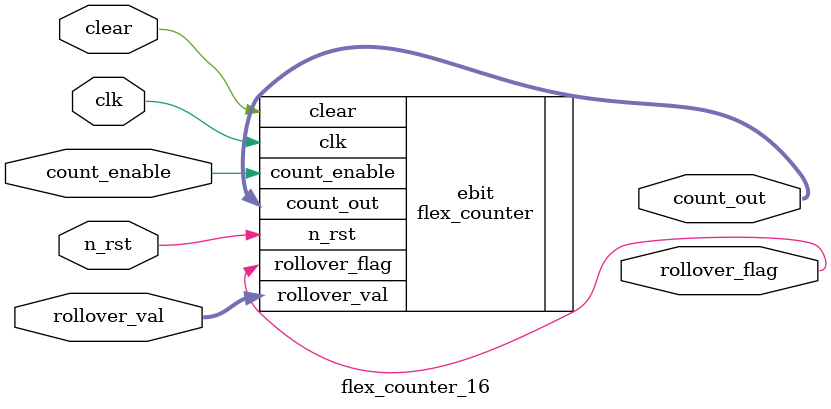
<source format=sv>

module flex_counter_16(
input wire clk, 
input wire n_rst, 
input wire clear, 
input wire count_enable, 
input wire [15:0]rollover_val, 
output reg [15:0]count_out, 
output reg rollover_flag);


flex_counter #(16) ebit (.clk(clk), .n_rst(n_rst), .clear(clear), .count_enable(count_enable), .rollover_val(rollover_val), .count_out(count_out), .rollover_flag(rollover_flag)); 

endmodule

</source>
